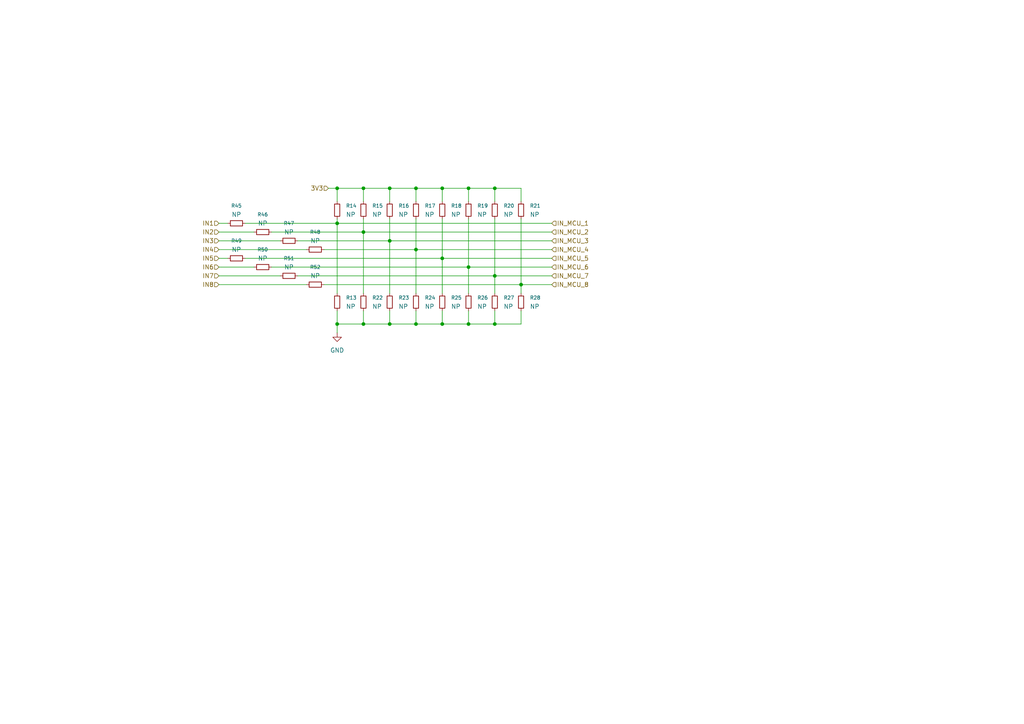
<source format=kicad_sch>
(kicad_sch (version 20250114) (generator "eeschema") (generator_version "9.0")
  (paper "A4")
  (lib_symbols
    (symbol "Device:R_Small" (pin_numbers (hide yes)) (pin_names (offset 0.254) (hide yes))
      (property "Reference" "R" (at 0 0 90))
      (property "Value" "R_Small" (at 1.778 0 90))
      (symbol "R_Small_0_1"
        (rectangle (start -0.762 1.778) (end 0.762 -1.778) (stroke (width 0.2032)))
      )
      (symbol "R_Small_1_1"
        (pin passive line (at 0 2.54 270) (length 0.762) (name "~") (number "1"))
        (pin passive line (at 0 -2.54 90) (length 0.762) (name "~") (number "2"))
      )
    )
    (symbol "power:GND" (power) (pin_numbers (hide yes)) (pin_names (offset 0) (hide yes))
      (property "Value" "GND" (at 0 -3.81 0))
      (symbol "GND_0_1"
        (polyline (pts (xy 0 0) (xy 0 -1.27) (xy 1.27 -1.27) (xy 0 -2.54) (xy -1.27 -1.27) (xy 0 -1.27)))
      )
      (symbol "GND_1_1"
        (pin power_in line (at 0 0 270) (length 0) (name "~") (number "1"))
      )
    )
  )
  (junction (at 128.27 93.98))
  (junction (at 97.79 93.98))
  (junction (at 105.41 93.98))
  (junction (at 97.79 64.77))
  (junction (at 135.89 77.47))
  (junction (at 113.03 69.85))
  (junction (at 120.65 93.98))
  (junction (at 135.89 93.98))
  (junction (at 151.13 82.55))
  (junction (at 143.51 80.01))
  (junction (at 120.65 54.61))
  (junction (at 105.41 67.31))
  (junction (at 128.27 54.61))
  (junction (at 113.03 93.98))
  (junction (at 143.51 93.98))
  (junction (at 143.51 54.61))
  (junction (at 105.41 54.61))
  (junction (at 120.65 72.39))
  (junction (at 97.79 54.61))
  (junction (at 113.03 54.61))
  (junction (at 128.27 74.93))
  (junction (at 135.89 54.61))
  (wire (pts (xy 113.03 90.17) (xy 113.03 93.98)))
  (wire (pts (xy 97.79 54.61) (xy 105.41 54.61)))
  (wire (pts (xy 63.5 74.93) (xy 66.04 74.93)))
  (wire (pts (xy 113.03 93.98) (xy 105.41 93.98)))
  (wire (pts (xy 128.27 58.42) (xy 128.27 54.61)))
  (wire (pts (xy 113.03 58.42) (xy 113.03 54.61)))
  (wire (pts (xy 128.27 74.93) (xy 160.02 74.93)))
  (wire (pts (xy 151.13 58.42) (xy 151.13 54.61)))
  (wire (pts (xy 120.65 58.42) (xy 120.65 54.61)))
  (wire (pts (xy 135.89 77.47) (xy 135.89 63.5)))
  (wire (pts (xy 120.65 72.39) (xy 120.65 85.09)))
  (wire (pts (xy 97.79 54.61) (xy 95.25 54.61)))
  (wire (pts (xy 151.13 90.17) (xy 151.13 93.98)))
  (wire (pts (xy 63.5 80.01) (xy 81.28 80.01)))
  (wire (pts (xy 105.41 54.61) (xy 113.03 54.61)))
  (wire (pts (xy 143.51 80.01) (xy 143.51 85.09)))
  (wire (pts (xy 97.79 64.77) (xy 97.79 85.09)))
  (wire (pts (xy 128.27 74.93) (xy 128.27 85.09)))
  (wire (pts (xy 143.51 90.17) (xy 143.51 93.98)))
  (wire (pts (xy 113.03 69.85) (xy 160.02 69.85)))
  (wire (pts (xy 63.5 64.77) (xy 66.04 64.77)))
  (wire (pts (xy 63.5 67.31) (xy 73.66 67.31)))
  (wire (pts (xy 63.5 77.47) (xy 73.66 77.47)))
  (wire (pts (xy 120.65 54.61) (xy 128.27 54.61)))
  (wire (pts (xy 63.5 72.39) (xy 88.9 72.39)))
  (wire (pts (xy 128.27 74.93) (xy 128.27 63.5)))
  (wire (pts (xy 105.41 63.5) (xy 105.41 67.31)))
  (wire (pts (xy 151.13 82.55) (xy 151.13 63.5)))
  (wire (pts (xy 105.41 67.31) (xy 105.41 85.09)))
  (wire (pts (xy 93.98 82.55) (xy 151.13 82.55)))
  (wire (pts (xy 143.51 80.01) (xy 143.51 63.5)))
  (wire (pts (xy 128.27 93.98) (xy 135.89 93.98)))
  (wire (pts (xy 63.5 69.85) (xy 81.28 69.85)))
  (wire (pts (xy 78.74 67.31) (xy 105.41 67.31)))
  (wire (pts (xy 97.79 58.42) (xy 97.79 54.61)))
  (wire (pts (xy 71.12 74.93) (xy 128.27 74.93)))
  (wire (pts (xy 135.89 77.47) (xy 160.02 77.47)))
  (wire (pts (xy 97.79 90.17) (xy 97.79 93.98)))
  (wire (pts (xy 143.51 93.98) (xy 135.89 93.98)))
  (wire (pts (xy 78.74 77.47) (xy 135.89 77.47)))
  (wire (pts (xy 151.13 54.61) (xy 143.51 54.61)))
  (wire (pts (xy 120.65 72.39) (xy 120.65 63.5)))
  (wire (pts (xy 105.41 90.17) (xy 105.41 93.98)))
  (wire (pts (xy 86.36 69.85) (xy 113.03 69.85)))
  (wire (pts (xy 97.79 63.5) (xy 97.79 64.77)))
  (wire (pts (xy 113.03 69.85) (xy 113.03 85.09)))
  (wire (pts (xy 86.36 80.01) (xy 143.51 80.01)))
  (wire (pts (xy 113.03 93.98) (xy 120.65 93.98)))
  (wire (pts (xy 120.65 90.17) (xy 120.65 93.98)))
  (wire (pts (xy 143.51 93.98) (xy 151.13 93.98)))
  (wire (pts (xy 143.51 54.61) (xy 143.51 58.42)))
  (wire (pts (xy 135.89 77.47) (xy 135.89 85.09)))
  (wire (pts (xy 105.41 93.98) (xy 97.79 93.98)))
  (wire (pts (xy 120.65 72.39) (xy 160.02 72.39)))
  (wire (pts (xy 128.27 90.17) (xy 128.27 93.98)))
  (wire (pts (xy 105.41 67.31) (xy 160.02 67.31)))
  (wire (pts (xy 135.89 54.61) (xy 143.51 54.61)))
  (wire (pts (xy 128.27 93.98) (xy 120.65 93.98)))
  (wire (pts (xy 63.5 82.55) (xy 88.9 82.55)))
  (wire (pts (xy 93.98 72.39) (xy 120.65 72.39)))
  (wire (pts (xy 135.89 54.61) (xy 128.27 54.61)))
  (wire (pts (xy 97.79 93.98) (xy 97.79 96.52)))
  (wire (pts (xy 135.89 90.17) (xy 135.89 93.98)))
  (wire (pts (xy 71.12 64.77) (xy 97.79 64.77)))
  (wire (pts (xy 97.79 64.77) (xy 160.02 64.77)))
  (wire (pts (xy 151.13 82.55) (xy 160.02 82.55)))
  (wire (pts (xy 113.03 69.85) (xy 113.03 63.5)))
  (wire (pts (xy 105.41 58.42) (xy 105.41 54.61)))
  (wire (pts (xy 135.89 58.42) (xy 135.89 54.61)))
  (wire (pts (xy 113.03 54.61) (xy 120.65 54.61)))
  (wire (pts (xy 151.13 82.55) (xy 151.13 85.09)))
  (wire (pts (xy 143.51 80.01) (xy 160.02 80.01)))
  (hierarchical_label "IN3" (shape input) (at 63.5 69.85 180))
  (hierarchical_label "IN5" (shape input) (at 63.5 74.93 180))
  (hierarchical_label "IN_MCU_3" (shape input) (at 160.02 69.85 0))
  (hierarchical_label "IN1" (shape input) (at 63.5 64.77 180))
  (hierarchical_label "IN6" (shape input) (at 63.5 77.47 180))
  (hierarchical_label "IN_MCU_5" (shape input) (at 160.02 74.93 0))
  (hierarchical_label "IN_MCU_2" (shape input) (at 160.02 67.31 0))
  (hierarchical_label "IN2" (shape input) (at 63.5 67.31 180))
  (hierarchical_label "IN_MCU_7" (shape input) (at 160.02 80.01 0))
  (hierarchical_label "IN4" (shape input) (at 63.5 72.39 180))
  (hierarchical_label "IN_MCU_6" (shape input) (at 160.02 77.47 0))
  (hierarchical_label "IN_MCU_1" (shape input) (at 160.02 64.77 0))
  (hierarchical_label "IN7" (shape input) (at 63.5 80.01 180))
  (hierarchical_label "IN8" (shape input) (at 63.5 82.55 180))
  (hierarchical_label "IN_MCU_8" (shape input) (at 160.02 82.55 0))
  (hierarchical_label "IN_MCU_4" (shape input) (at 160.02 72.39 0))
  (hierarchical_label "3V3" (shape input) (at 95.25 54.61 180))
  (symbol (lib_id "Device:R_Small") (at 105.41 60.96 0) (unit 1)
    (property "Reference" "R15" (at 107.95 59.6899 0) (effects (font (size 1.016 1.016)) (justify left)))
    (property "Value" "NP" (at 107.95 62.2299 0) (effects (justify left)))
    (property "Footprint" "Resistor_SMD:R_0603_1608Metric_Pad0.98x0.95mm_HandSolder" (effects (hide yes)))
    (property "Description" "Resistor, small symbol" (effects (hide yes)))
  )
  (symbol (lib_id "Device:R_Small") (at 128.27 87.63 0) (unit 1)
    (property "Reference" "R25" (at 130.81 86.3599 0) (effects (font (size 1.016 1.016)) (justify left)))
    (property "Value" "NP" (at 130.81 88.8999 0) (effects (justify left)))
    (property "Footprint" "Resistor_SMD:R_0603_1608Metric_Pad0.98x0.95mm_HandSolder" (effects (hide yes)))
    (property "Description" "Resistor, small symbol" (effects (hide yes)))
  )
  (symbol (lib_id "Device:R_Small") (at 76.2 77.47 90) (unit 1)
    (property "Reference" "R50" (at 76.2 72.39 90) (effects (font (size 1.016 1.016))))
    (property "Value" "NP" (at 76.2 74.93 90))
    (property "Footprint" "Resistor_SMD:R_0603_1608Metric_Pad0.98x0.95mm_HandSolder" (effects (hide yes)))
    (property "Description" "Resistor, small symbol" (effects (hide yes)))
  )
  (symbol (lib_id "Device:R_Small") (at 91.44 72.39 90) (unit 1)
    (property "Reference" "R48" (at 91.44 67.31 90) (effects (font (size 1.016 1.016))))
    (property "Value" "NP" (at 91.44 69.85 90))
    (property "Footprint" "Resistor_SMD:R_0603_1608Metric_Pad0.98x0.95mm_HandSolder" (effects (hide yes)))
    (property "Description" "Resistor, small symbol" (effects (hide yes)))
  )
  (symbol (lib_id "Device:R_Small") (at 83.82 80.01 90) (unit 1)
    (property "Reference" "R51" (at 83.82 74.93 90) (effects (font (size 1.016 1.016))))
    (property "Value" "NP" (at 83.82 77.47 90))
    (property "Footprint" "Resistor_SMD:R_0603_1608Metric_Pad0.98x0.95mm_HandSolder" (effects (hide yes)))
    (property "Description" "Resistor, small symbol" (effects (hide yes)))
  )
  (symbol (lib_id "Device:R_Small") (at 83.82 69.85 90) (unit 1)
    (property "Reference" "R47" (at 83.82 64.77 90) (effects (font (size 1.016 1.016))))
    (property "Value" "NP" (at 83.82 67.31 90))
    (property "Footprint" "Resistor_SMD:R_0603_1608Metric_Pad0.98x0.95mm_HandSolder" (effects (hide yes)))
    (property "Description" "Resistor, small symbol" (effects (hide yes)))
  )
  (symbol (lib_id "Device:R_Small") (at 143.51 60.96 0) (unit 1)
    (property "Reference" "R20" (at 146.05 59.6899 0) (effects (font (size 1.016 1.016)) (justify left)))
    (property "Value" "NP" (at 146.05 62.2299 0) (effects (justify left)))
    (property "Footprint" "Resistor_SMD:R_0603_1608Metric_Pad0.98x0.95mm_HandSolder" (effects (hide yes)))
    (property "Description" "Resistor, small symbol" (effects (hide yes)))
  )
  (symbol (lib_id "Device:R_Small") (at 151.13 60.96 0) (unit 1)
    (property "Reference" "R21" (at 153.67 59.6899 0) (effects (font (size 1.016 1.016)) (justify left)))
    (property "Value" "NP" (at 153.67 62.2299 0) (effects (justify left)))
    (property "Footprint" "Resistor_SMD:R_0603_1608Metric_Pad0.98x0.95mm_HandSolder" (effects (hide yes)))
    (property "Description" "Resistor, small symbol" (effects (hide yes)))
  )
  (symbol (lib_id "power:GND") (at 97.79 96.52 0) (unit 1)
    (property "Reference" "#PWR013" (effects (hide yes)))
    (property "Value" "GND" (at 97.79 101.6 0))
    (property "Description" "Power symbol creates a global label with name \"GND\" , ground" (effects (hide yes)))
  )
  (symbol (lib_id "Device:R_Small") (at 151.13 87.63 0) (unit 1)
    (property "Reference" "R28" (at 153.67 86.3599 0) (effects (font (size 1.016 1.016)) (justify left)))
    (property "Value" "NP" (at 153.67 88.8999 0) (effects (justify left)))
    (property "Footprint" "Resistor_SMD:R_0603_1608Metric_Pad0.98x0.95mm_HandSolder" (effects (hide yes)))
    (property "Description" "Resistor, small symbol" (effects (hide yes)))
  )
  (symbol (lib_id "Device:R_Small") (at 120.65 87.63 0) (unit 1)
    (property "Reference" "R24" (at 123.19 86.3599 0) (effects (font (size 1.016 1.016)) (justify left)))
    (property "Value" "NP" (at 123.19 88.8999 0) (effects (justify left)))
    (property "Footprint" "Resistor_SMD:R_0603_1608Metric_Pad0.98x0.95mm_HandSolder" (effects (hide yes)))
    (property "Description" "Resistor, small symbol" (effects (hide yes)))
  )
  (symbol (lib_id "Device:R_Small") (at 97.79 60.96 0) (unit 1)
    (property "Reference" "R14" (at 100.33 59.6899 0) (effects (font (size 1.016 1.016)) (justify left)))
    (property "Value" "NP" (at 100.33 62.2299 0) (effects (justify left)))
    (property "Footprint" "Resistor_SMD:R_0603_1608Metric_Pad0.98x0.95mm_HandSolder" (effects (hide yes)))
    (property "Description" "Resistor, small symbol" (effects (hide yes)))
  )
  (symbol (lib_id "Device:R_Small") (at 68.58 74.93 90) (unit 1)
    (property "Reference" "R49" (at 68.58 69.85 90) (effects (font (size 1.016 1.016))))
    (property "Value" "NP" (at 68.58 72.39 90))
    (property "Footprint" "Resistor_SMD:R_0603_1608Metric_Pad0.98x0.95mm_HandSolder" (effects (hide yes)))
    (property "Description" "Resistor, small symbol" (effects (hide yes)))
  )
  (symbol (lib_id "Device:R_Small") (at 76.2 67.31 90) (unit 1)
    (property "Reference" "R46" (at 76.2 62.23 90) (effects (font (size 1.016 1.016))))
    (property "Value" "NP" (at 76.2 64.77 90))
    (property "Footprint" "Resistor_SMD:R_0603_1608Metric_Pad0.98x0.95mm_HandSolder" (effects (hide yes)))
    (property "Description" "Resistor, small symbol" (effects (hide yes)))
  )
  (symbol (lib_id "Device:R_Small") (at 120.65 60.96 0) (unit 1)
    (property "Reference" "R17" (at 123.19 59.6899 0) (effects (font (size 1.016 1.016)) (justify left)))
    (property "Value" "NP" (at 123.19 62.2299 0) (effects (justify left)))
    (property "Footprint" "Resistor_SMD:R_0603_1608Metric_Pad0.98x0.95mm_HandSolder" (effects (hide yes)))
    (property "Description" "Resistor, small symbol" (effects (hide yes)))
  )
  (symbol (lib_id "Device:R_Small") (at 97.79 87.63 0) (unit 1)
    (property "Reference" "R13" (at 100.33 86.3599 0) (effects (font (size 1.016 1.016)) (justify left)))
    (property "Value" "NP" (at 100.33 88.8999 0) (effects (justify left)))
    (property "Footprint" "Resistor_SMD:R_0603_1608Metric_Pad0.98x0.95mm_HandSolder" (effects (hide yes)))
    (property "Description" "Resistor, small symbol" (effects (hide yes)))
  )
  (symbol (lib_id "Device:R_Small") (at 105.41 87.63 0) (unit 1)
    (property "Reference" "R22" (at 107.95 86.3599 0) (effects (font (size 1.016 1.016)) (justify left)))
    (property "Value" "NP" (at 107.95 88.8999 0) (effects (justify left)))
    (property "Footprint" "Resistor_SMD:R_0603_1608Metric_Pad0.98x0.95mm_HandSolder" (effects (hide yes)))
    (property "Description" "Resistor, small symbol" (effects (hide yes)))
  )
  (symbol (lib_id "Device:R_Small") (at 68.58 64.77 90) (unit 1)
    (property "Reference" "R45" (at 68.58 59.69 90) (effects (font (size 1.016 1.016))))
    (property "Value" "NP" (at 68.58 62.23 90))
    (property "Footprint" "Resistor_SMD:R_0603_1608Metric_Pad0.98x0.95mm_HandSolder" (effects (hide yes)))
    (property "Description" "Resistor, small symbol" (effects (hide yes)))
  )
  (symbol (lib_id "Device:R_Small") (at 91.44 82.55 90) (unit 1)
    (property "Reference" "R52" (at 91.44 77.47 90) (effects (font (size 1.016 1.016))))
    (property "Value" "NP" (at 91.44 80.01 90))
    (property "Footprint" "Resistor_SMD:R_0603_1608Metric_Pad0.98x0.95mm_HandSolder" (effects (hide yes)))
    (property "Description" "Resistor, small symbol" (effects (hide yes)))
  )
  (symbol (lib_id "Device:R_Small") (at 135.89 60.96 0) (unit 1)
    (property "Reference" "R19" (at 138.43 59.6899 0) (effects (font (size 1.016 1.016)) (justify left)))
    (property "Value" "NP" (at 138.43 62.2299 0) (effects (justify left)))
    (property "Footprint" "Resistor_SMD:R_0603_1608Metric_Pad0.98x0.95mm_HandSolder" (effects (hide yes)))
    (property "Description" "Resistor, small symbol" (effects (hide yes)))
  )
  (symbol (lib_id "Device:R_Small") (at 135.89 87.63 0) (unit 1)
    (property "Reference" "R26" (at 138.43 86.3599 0) (effects (font (size 1.016 1.016)) (justify left)))
    (property "Value" "NP" (at 138.43 88.8999 0) (effects (justify left)))
    (property "Footprint" "Resistor_SMD:R_0603_1608Metric_Pad0.98x0.95mm_HandSolder" (effects (hide yes)))
    (property "Description" "Resistor, small symbol" (effects (hide yes)))
  )
  (symbol (lib_id "Device:R_Small") (at 113.03 87.63 0) (unit 1)
    (property "Reference" "R23" (at 115.57 86.3599 0) (effects (font (size 1.016 1.016)) (justify left)))
    (property "Value" "NP" (at 115.57 88.8999 0) (effects (justify left)))
    (property "Footprint" "Resistor_SMD:R_0603_1608Metric_Pad0.98x0.95mm_HandSolder" (effects (hide yes)))
    (property "Description" "Resistor, small symbol" (effects (hide yes)))
  )
  (symbol (lib_id "Device:R_Small") (at 113.03 60.96 0) (unit 1)
    (property "Reference" "R16" (at 115.57 59.6899 0) (effects (font (size 1.016 1.016)) (justify left)))
    (property "Value" "NP" (at 115.57 62.2299 0) (effects (justify left)))
    (property "Footprint" "Resistor_SMD:R_0603_1608Metric_Pad0.98x0.95mm_HandSolder" (effects (hide yes)))
    (property "Description" "Resistor, small symbol" (effects (hide yes)))
  )
  (symbol (lib_id "Device:R_Small") (at 128.27 60.96 0) (unit 1)
    (property "Reference" "R18" (at 130.81 59.6899 0) (effects (font (size 1.016 1.016)) (justify left)))
    (property "Value" "NP" (at 130.81 62.2299 0) (effects (justify left)))
    (property "Footprint" "Resistor_SMD:R_0603_1608Metric_Pad0.98x0.95mm_HandSolder" (effects (hide yes)))
    (property "Description" "Resistor, small symbol" (effects (hide yes)))
  )
  (symbol (lib_id "Device:R_Small") (at 143.51 87.63 0) (unit 1)
    (property "Reference" "R27" (at 146.05 86.3599 0) (effects (font (size 1.016 1.016)) (justify left)))
    (property "Value" "NP" (at 146.05 88.8999 0) (effects (justify left)))
    (property "Footprint" "Resistor_SMD:R_0603_1608Metric_Pad0.98x0.95mm_HandSolder" (effects (hide yes)))
    (property "Description" "Resistor, small symbol" (effects (hide yes)))
  )
)
</source>
